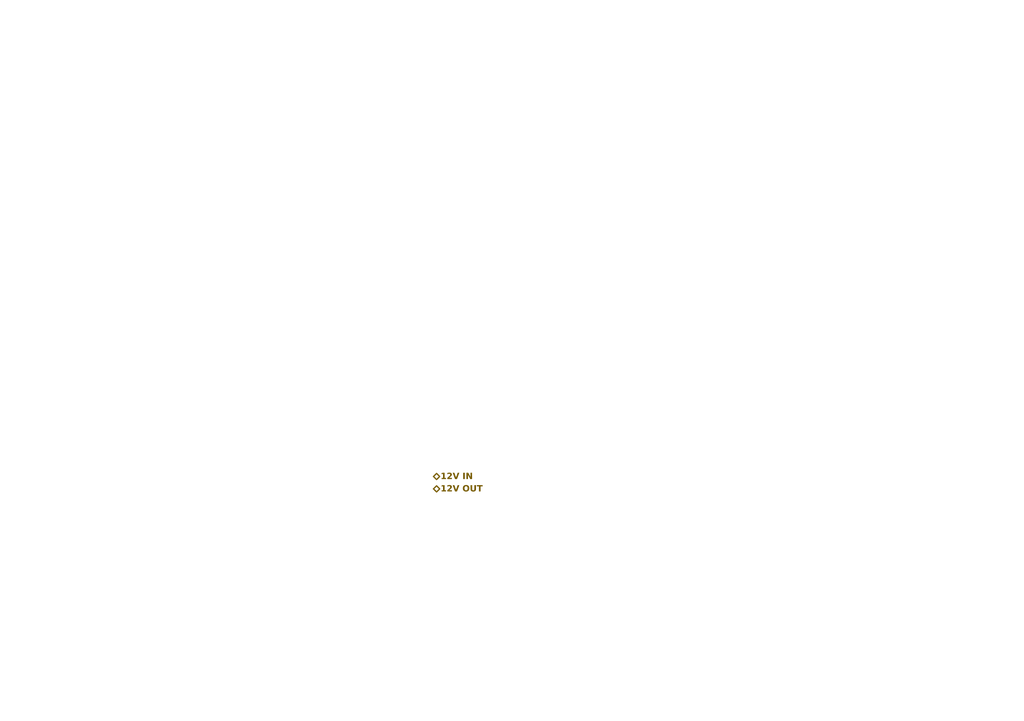
<source format=kicad_sch>
(kicad_sch
	(version 20240101)
	(generator "eeschema")
	(generator_version "8.99")
	(uuid "09e6183f-aea5-4d2a-b11c-82d64c0df918")
	(paper "A5")
	(lib_symbols)
	(hierarchical_label "12V IN"
		(shape bidirectional)
		(at 88.9 97.79 0)
		(fields_autoplaced yes)
		(effects
			(font
				(face "JetBrains Mono")
				(size 1.27 1.27)
				(thickness 0.254)
				(bold yes)
			)
			(justify left)
		)
		(uuid "69da9ad3-b5b4-4053-ace6-8bf5f0c70d68")
	)
	(hierarchical_label "12V OUT"
		(shape bidirectional)
		(at 88.9 100.33 0)
		(fields_autoplaced yes)
		(effects
			(font
				(face "JetBrains Mono")
				(size 1.27 1.27)
				(thickness 0.254)
				(bold yes)
			)
			(justify left)
		)
		(uuid "f8c8b763-dfd4-4a22-835b-b7e9a793aa36")
	)
)
</source>
